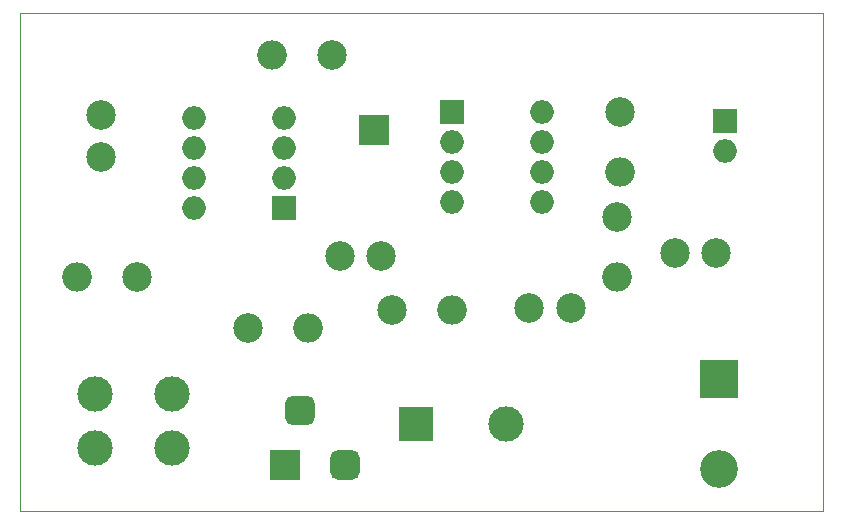
<source format=gbr>
%TF.GenerationSoftware,KiCad,Pcbnew,5.1.7-a382d34a8~87~ubuntu18.04.1*%
%TF.CreationDate,2020-10-29T22:49:13+05:30*%
%TF.ProjectId,leddriver,6c656464-7269-4766-9572-2e6b69636164,rev?*%
%TF.SameCoordinates,Original*%
%TF.FileFunction,Copper,L1,Top*%
%TF.FilePolarity,Positive*%
%FSLAX46Y46*%
G04 Gerber Fmt 4.6, Leading zero omitted, Abs format (unit mm)*
G04 Created by KiCad (PCBNEW 5.1.7-a382d34a8~87~ubuntu18.04.1) date 2020-10-29 22:49:13*
%MOMM*%
%LPD*%
G01*
G04 APERTURE LIST*
%TA.AperFunction,Profile*%
%ADD10C,0.050000*%
%TD*%
%TA.AperFunction,ComponentPad*%
%ADD11O,2.000000X2.000000*%
%TD*%
%TA.AperFunction,ComponentPad*%
%ADD12R,2.000000X2.000000*%
%TD*%
%TA.AperFunction,ComponentPad*%
%ADD13O,2.500000X2.500000*%
%TD*%
%TA.AperFunction,ComponentPad*%
%ADD14C,2.500000*%
%TD*%
%TA.AperFunction,ComponentPad*%
%ADD15C,3.000000*%
%TD*%
%TA.AperFunction,ComponentPad*%
%ADD16R,3.000000X3.000000*%
%TD*%
%TA.AperFunction,ComponentPad*%
%ADD17R,2.500000X2.500000*%
%TD*%
%TA.AperFunction,ComponentPad*%
%ADD18O,3.200000X3.200000*%
%TD*%
%TA.AperFunction,ComponentPad*%
%ADD19R,3.200000X3.200000*%
%TD*%
G04 APERTURE END LIST*
D10*
X203911200Y-61722000D02*
X271830800Y-61722000D01*
X203911200Y-19507200D02*
X203911200Y-61722000D01*
X271830800Y-19507200D02*
X271830800Y-61722000D01*
X203911200Y-19507200D02*
X271830800Y-19507200D01*
D11*
%TO.P,U1,8*%
%TO.N,VCC*%
X218643200Y-36017200D03*
%TO.P,U1,4*%
X226263200Y-28397200D03*
%TO.P,U1,7*%
%TO.N,N/C*%
X218643200Y-33477200D03*
%TO.P,U1,3*%
%TO.N,OUT1*%
X226263200Y-30937200D03*
%TO.P,U1,6*%
%TO.N,/THR1*%
X218643200Y-30937200D03*
%TO.P,U1,2*%
X226263200Y-33477200D03*
%TO.P,U1,5*%
%TO.N,/CTRL1*%
X218643200Y-28397200D03*
D12*
%TO.P,U1,1*%
%TO.N,GND*%
X226263200Y-36017200D03*
%TD*%
D13*
%TO.P,R6,2*%
%TO.N,OUT*%
X240487200Y-44653200D03*
D14*
%TO.P,R6,1*%
%TO.N,Net-(Q1-Pad2)*%
X235407200Y-44653200D03*
%TD*%
%TO.P,C1,2*%
%TO.N,GND*%
X234436800Y-40081200D03*
%TO.P,C1,1*%
%TO.N,Net-(C1-Pad1)*%
X230936800Y-40081200D03*
%TD*%
D15*
%TO.P,BZ1,2*%
%TO.N,Net-(BZ1-Pad2)*%
X245039200Y-54305200D03*
D16*
%TO.P,BZ1,1*%
%TO.N,VCC*%
X237439200Y-54305200D03*
%TD*%
%TO.P,Q1,2*%
%TO.N,Net-(Q1-Pad2)*%
%TA.AperFunction,ComponentPad*%
G36*
G01*
X226334000Y-53819000D02*
X226334000Y-52569000D01*
G75*
G02*
X226959000Y-51944000I625000J0D01*
G01*
X228209000Y-51944000D01*
G75*
G02*
X228834000Y-52569000I0J-625000D01*
G01*
X228834000Y-53819000D01*
G75*
G02*
X228209000Y-54444000I-625000J0D01*
G01*
X226959000Y-54444000D01*
G75*
G02*
X226334000Y-53819000I0J625000D01*
G01*
G37*
%TD.AperFunction*%
%TO.P,Q1,3*%
%TO.N,Net-(BZ1-Pad2)*%
%TA.AperFunction,ComponentPad*%
G36*
G01*
X230144000Y-58429000D02*
X230144000Y-57179000D01*
G75*
G02*
X230769000Y-56554000I625000J0D01*
G01*
X232019000Y-56554000D01*
G75*
G02*
X232644000Y-57179000I0J-625000D01*
G01*
X232644000Y-58429000D01*
G75*
G02*
X232019000Y-59054000I-625000J0D01*
G01*
X230769000Y-59054000D01*
G75*
G02*
X230144000Y-58429000I0J625000D01*
G01*
G37*
%TD.AperFunction*%
D17*
%TO.P,Q1,1*%
%TO.N,GND*%
X226314000Y-57804000D03*
%TD*%
D14*
%TO.P,C4,2*%
%TO.N,GND*%
X250489600Y-44500800D03*
%TO.P,C4,1*%
%TO.N,/CTRL2*%
X246989600Y-44500800D03*
%TD*%
D11*
%TO.P,U2,8*%
%TO.N,VCC*%
X248107200Y-27889200D03*
%TO.P,U2,4*%
%TO.N,OUT1*%
X240487200Y-35509200D03*
%TO.P,U2,7*%
%TO.N,/DIS2*%
X248107200Y-30429200D03*
%TO.P,U2,3*%
%TO.N,OUT*%
X240487200Y-32969200D03*
%TO.P,U2,6*%
%TO.N,/THR2*%
X248107200Y-32969200D03*
%TO.P,U2,2*%
X240487200Y-30429200D03*
%TO.P,U2,5*%
%TO.N,/CTRL2*%
X248107200Y-35509200D03*
D12*
%TO.P,U2,1*%
%TO.N,GND*%
X240487200Y-27889200D03*
%TD*%
D17*
%TO.P,J1,1*%
%TO.N,OUT*%
X233883200Y-29413200D03*
%TD*%
D11*
%TO.P,J2,2*%
%TO.N,GND*%
X263601200Y-31191200D03*
D12*
%TO.P,J2,1*%
%TO.N,VCC*%
X263601200Y-28651200D03*
%TD*%
D14*
%TO.P,C3,2*%
%TO.N,GND*%
X259339200Y-39827200D03*
%TO.P,C3,1*%
%TO.N,/THR2*%
X262839200Y-39827200D03*
%TD*%
D18*
%TO.P,D1,2*%
%TO.N,Net-(BZ1-Pad2)*%
X263093200Y-58115200D03*
D19*
%TO.P,D1,1*%
%TO.N,VCC*%
X263093200Y-50495200D03*
%TD*%
D13*
%TO.P,R5,2*%
%TO.N,/THR2*%
X254457200Y-41859200D03*
D14*
%TO.P,R5,1*%
%TO.N,/DIS2*%
X254457200Y-36779200D03*
%TD*%
D13*
%TO.P,R4,2*%
%TO.N,/DIS2*%
X254711200Y-32969200D03*
D14*
%TO.P,R4,1*%
%TO.N,VCC*%
X254711200Y-27889200D03*
%TD*%
D13*
%TO.P,R3,2*%
%TO.N,GND*%
X208737200Y-41859200D03*
D14*
%TO.P,R3,1*%
%TO.N,/THR1*%
X213817200Y-41859200D03*
%TD*%
D13*
%TO.P,R2,2*%
%TO.N,/THR1*%
X225247200Y-23063200D03*
D14*
%TO.P,R2,1*%
%TO.N,VCC*%
X230327200Y-23063200D03*
%TD*%
D13*
%TO.P,R1,2*%
%TO.N,Net-(C1-Pad1)*%
X228295200Y-46177200D03*
D14*
%TO.P,R1,1*%
%TO.N,OUT1*%
X223215200Y-46177200D03*
%TD*%
%TO.P,C2,2*%
%TO.N,GND*%
X210769200Y-31699200D03*
%TO.P,C2,1*%
%TO.N,/CTRL1*%
X210769200Y-28199200D03*
%TD*%
D15*
%TO.P,SW1,1*%
%TO.N,Net-(C1-Pad1)*%
X216761200Y-51837200D03*
%TO.P,SW1,2*%
%TO.N,/THR1*%
X216761200Y-56337200D03*
%TO.P,SW1,1*%
%TO.N,Net-(C1-Pad1)*%
X210261200Y-51837200D03*
%TO.P,SW1,2*%
%TO.N,/THR1*%
X210261200Y-56337200D03*
%TD*%
M02*

</source>
